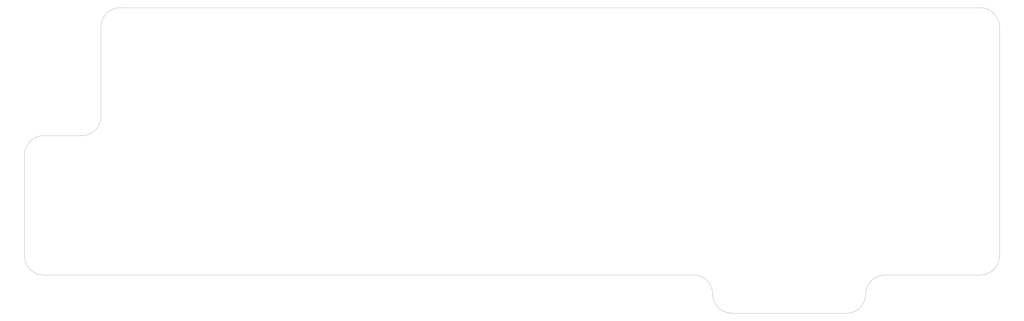
<source format=gm1>
G04 #@! TF.GenerationSoftware,KiCad,Pcbnew,(5.1.4-0)*
G04 #@! TF.CreationDate,2020-09-11T02:24:06-07:00*
G04 #@! TF.ProjectId,keybored,6b657962-6f72-4656-942e-6b696361645f,rev?*
G04 #@! TF.SameCoordinates,Original*
G04 #@! TF.FileFunction,Profile,NP*
%FSLAX46Y46*%
G04 Gerber Fmt 4.6, Leading zero omitted, Abs format (unit mm)*
G04 Created by KiCad (PCBNEW (5.1.4-0)) date 2020-09-11 02:24:06*
%MOMM*%
%LPD*%
G04 APERTURE LIST*
%ADD10C,0.120000*%
G04 APERTURE END LIST*
D10*
X134937500Y-127000000D02*
X492125000Y-127000000D01*
X95250000Y-188118750D02*
X95250000Y-230187500D01*
X95250000Y-188118750D02*
G75*
G02X103187500Y-180181250I7937500J0D01*
G01*
X119062500Y-180181250D02*
X103187500Y-180181250D01*
X127000000Y-172243750D02*
X127000000Y-134937500D01*
X127000000Y-172243750D02*
G75*
G02X119062500Y-180181250I-7937500J0D01*
G01*
X127000000Y-134937500D02*
G75*
G02X134937500Y-127000000I7937500J0D01*
G01*
X500062500Y-230187500D02*
X500062500Y-134937500D01*
X500062500Y-230187500D02*
G75*
G02X492125000Y-238125000I-7937500J0D01*
G01*
X452437500Y-238125000D02*
X492125000Y-238125000D01*
X444500000Y-246062500D02*
G75*
G02X452437500Y-238125000I7937500J0D01*
G01*
X444500000Y-246062500D02*
G75*
G02X436562500Y-254000000I-7937500J0D01*
G01*
X388937500Y-254000000D02*
X436562500Y-254000000D01*
X388937500Y-254000000D02*
G75*
G02X381000000Y-246062500I0J7937500D01*
G01*
X373062500Y-238125000D02*
G75*
G02X381000000Y-246062500I0J-7937500D01*
G01*
X103187500Y-238125000D02*
X373062500Y-238125000D01*
X103187500Y-238125000D02*
G75*
G02X95250000Y-230187500I0J7937500D01*
G01*
X492125000Y-127000000D02*
G75*
G02X500062500Y-134937500I0J-7937500D01*
G01*
M02*

</source>
